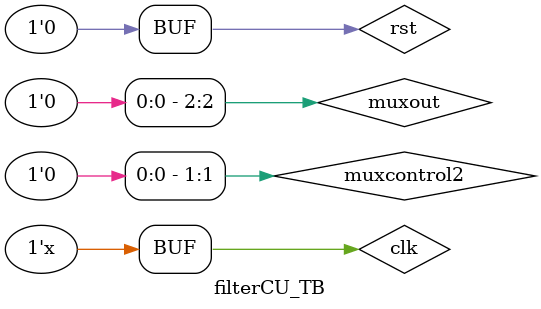
<source format=v>
module filter_genCU (input clk, rst,
						   output en, wr, muxcontrol1,
							output [1:0] muxcontrol2,
				         output [2:0] muxout,
							output [7:0] addr,
							inout [4:0] state, next_state);

reg temp_en, temp_wr;
reg [7:0] temp_addr;
reg [4:0] nextstate;
reg [2:0] temp_muxout;
reg temp_muxcontrol1;
reg [1:0] temp_muxcontrol2;
wire [4:0] state_comb;

assign state = state_comb;
assign next_state = nextstate;

register #(.N(4)) regFilterCU(.clk(clk), .rst(rst), .en(1'b1), .D(nextstate), .Q(state_comb));

always @(posedge clk)
begin
	if (rst)
		begin
			temp_addr <= 8'h00;
		end
	else
		begin
			temp_addr <= temp_addr + 8'h01;
		end
end

always @(*)
begin
		temp_en = 1'b1;
		temp_wr = 1'b0;
		case (state_comb)
			5'd0: begin
						temp_en = 1'b0;
						temp_muxcontrol1 = 1'b0;
						temp_muxcontrol2 = 2'b00;
						temp_muxout = 3'd7;
					 end
			5'd1: begin
						temp_muxcontrol1 = 1'b0;
						temp_muxcontrol2 = 2'b00;
						temp_muxout = 3'd7;
					 end
			5'd2: begin
						temp_muxcontrol1 = 1'b0;
						temp_muxcontrol2 = 2'b00;
						temp_muxout = 3'd7;
					end
			5'd3:	begin
						temp_muxcontrol1 = 1'b0;
						temp_muxcontrol2 = 2'b00;
						temp_muxout = 3'd3;
					end
			5'd4:	begin
						temp_muxcontrol1 = 1'b0;
						temp_muxcontrol2 = 2'b00;
						temp_muxout = 3'd3;
					end
			5'd5: begin
						temp_muxcontrol1 = 1'b1;
						temp_muxcontrol2 = 2'b00;
						temp_muxout = 3'd3;
					end
			5'd6:	begin
						temp_muxcontrol1 = 1'b1;
						temp_muxcontrol2 = 2'b11;
						temp_muxout = 3'd3;
					end
			5'd7:	begin
						temp_muxcontrol1 = 1'b1;
						temp_muxcontrol2 = 2'b11;
						temp_muxout = 3'd3;
					end
			5'd8:	begin
						temp_muxcontrol1 = 1'b1;
						temp_muxcontrol2 = 2'b11;
						temp_muxout = 3'd3;
					end
			5'd9:	begin
						temp_muxcontrol1 = 1'b1;
						temp_muxcontrol2 = 2'b11;
						temp_muxout = 3'd3;
					end
			5'd10: begin
						temp_muxcontrol1 = 1'b1;
						temp_muxcontrol2 = 2'b11;
						temp_muxout = 3'd3;
					end
			5'd11:begin
						temp_muxcontrol1 = 1'b1;
						temp_muxcontrol2 = 2'b11;
						temp_muxout = 3'd3;
					end
			5'd12:begin
						temp_muxcontrol1 = 1'b1;
						temp_muxcontrol2 = 2'b11;
						temp_muxout = 3'd3;
					end
			5'd13:begin
						temp_muxcontrol1 = 1'b1;
						temp_muxcontrol2 = 2'b11;
						temp_muxout = 3'd3;
					end
			5'd14:begin
						temp_muxcontrol1 = 1'b1;
						temp_muxcontrol2 = 2'b11;
						temp_muxout = 3'd3;
					end
			5'd15:begin
						temp_muxcontrol1 = 1'b1;
						temp_muxcontrol2 = 2'b11;
						temp_muxout = 3'd3;
					end
			5'd16:begin
						temp_muxcontrol1 = 1'b1;
						temp_muxcontrol2 = 2'b11;
						temp_muxout = 3'd3;
					end
			5'd17:begin
						temp_muxcontrol1 = 1'b1;
						temp_muxcontrol2 = 2'b11;
						temp_muxout = 3'd3;
					end
			5'd18:begin
						temp_muxcontrol1 = 1'b0;
						temp_muxcontrol2 = 2'b00;
						temp_muxout = 3'd3;
					end
					
			default: begin
							temp_en = 1'b0;
							temp_muxcontrol1 = 1'b0;
							temp_muxcontrol2 = 2'b00;
							temp_muxout = 3'd7;
						end
		endcase
end

always @(*)
begin
		if (state_comb == 5'd18)
			begin
				nextstate = 5'd1;
			end
		else
			begin
				nextstate = (state_comb + 5'd1);
			end
end

assign muxcontrol1 = temp_muxcontrol1;
assign muxcontrol2 = temp_muxcontrol2;
assign muxout = temp_muxout;
assign en = temp_en;
assign wr = temp_wr;
assign addr = temp_addr;

endmodule

///////////////TESTBENCH/////////////////

module filterCU_TB();

reg clk;
reg rst;
wire en;
wire muxcontrol1;
wire [1:0] muxcontrol2;
wire [2:0] muxout;

filter_genCU filterCU_DUT(clk, rst, en, muxcontrol1, muxcontrol2, muxout);

initial begin
    clk = 1'b1;
    rst = 1'b1;
end

always begin
    #50
    clk = ~clk;
end

initial begin
    #100
    rst = 1'b0;
end

endmodule

</source>
